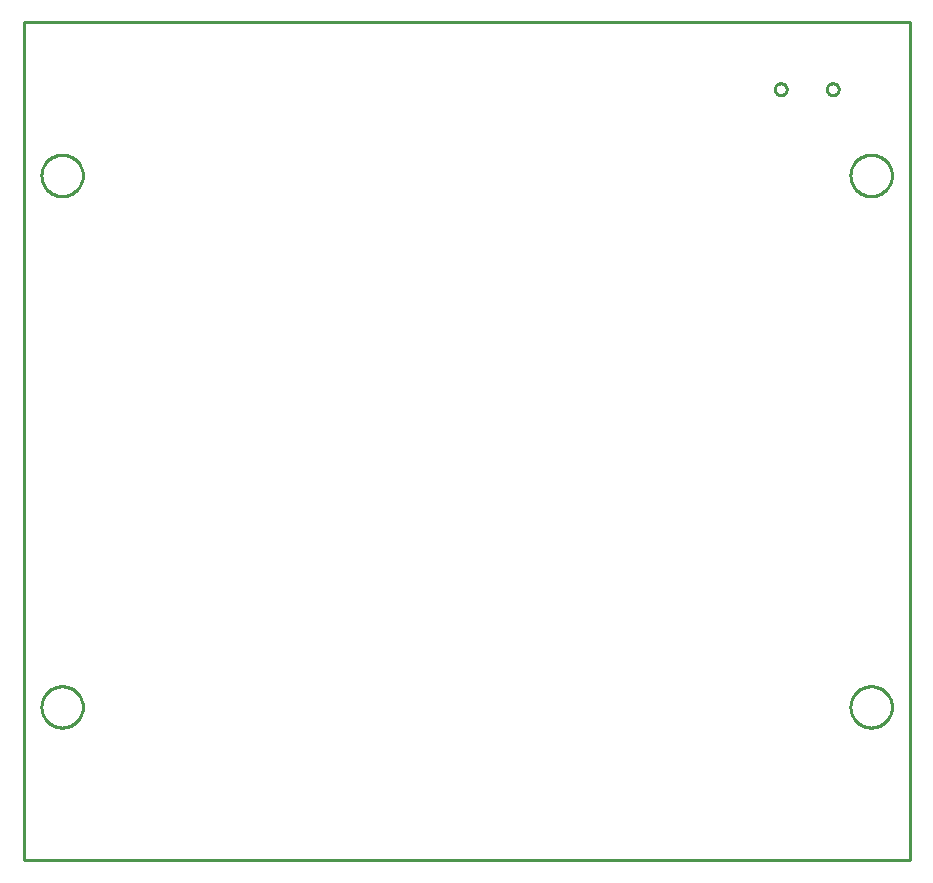
<source format=gbr>
G04 EAGLE Gerber RS-274X export*
G75*
%MOMM*%
%FSLAX34Y34*%
%LPD*%
%IN*%
%IPPOS*%
%AMOC8*
5,1,8,0,0,1.08239X$1,22.5*%
G01*
%ADD10C,0.254000*%


D10*
X0Y0D02*
X750000Y0D01*
X750000Y710000D01*
X0Y710000D01*
X0Y0D01*
X50000Y129427D02*
X49925Y128284D01*
X49776Y127148D01*
X49552Y126024D01*
X49255Y124917D01*
X48887Y123832D01*
X48449Y122774D01*
X47942Y121746D01*
X47369Y120754D01*
X46732Y119801D01*
X46035Y118892D01*
X45279Y118031D01*
X44469Y117221D01*
X43608Y116465D01*
X42699Y115768D01*
X41746Y115131D01*
X40754Y114558D01*
X39726Y114051D01*
X38668Y113613D01*
X37583Y113245D01*
X36476Y112948D01*
X35352Y112725D01*
X34216Y112575D01*
X33073Y112500D01*
X31927Y112500D01*
X30784Y112575D01*
X29648Y112725D01*
X28524Y112948D01*
X27417Y113245D01*
X26332Y113613D01*
X25274Y114051D01*
X24246Y114558D01*
X23254Y115131D01*
X22301Y115768D01*
X21392Y116465D01*
X20531Y117221D01*
X19721Y118031D01*
X18965Y118892D01*
X18268Y119801D01*
X17631Y120754D01*
X17058Y121746D01*
X16551Y122774D01*
X16113Y123832D01*
X15745Y124917D01*
X15448Y126024D01*
X15225Y127148D01*
X15075Y128284D01*
X15000Y129427D01*
X15000Y130573D01*
X15075Y131716D01*
X15225Y132852D01*
X15448Y133976D01*
X15745Y135083D01*
X16113Y136168D01*
X16551Y137226D01*
X17058Y138254D01*
X17631Y139246D01*
X18268Y140199D01*
X18965Y141108D01*
X19721Y141969D01*
X20531Y142779D01*
X21392Y143535D01*
X22301Y144232D01*
X23254Y144869D01*
X24246Y145442D01*
X25274Y145949D01*
X26332Y146387D01*
X27417Y146755D01*
X28524Y147052D01*
X29648Y147276D01*
X30784Y147425D01*
X31927Y147500D01*
X33073Y147500D01*
X34216Y147425D01*
X35352Y147276D01*
X36476Y147052D01*
X37583Y146755D01*
X38668Y146387D01*
X39726Y145949D01*
X40754Y145442D01*
X41746Y144869D01*
X42699Y144232D01*
X43608Y143535D01*
X44469Y142779D01*
X45279Y141969D01*
X46035Y141108D01*
X46732Y140199D01*
X47369Y139246D01*
X47942Y138254D01*
X48449Y137226D01*
X48887Y136168D01*
X49255Y135083D01*
X49552Y133976D01*
X49776Y132852D01*
X49925Y131716D01*
X50000Y130573D01*
X50000Y129427D01*
X735000Y129427D02*
X734925Y128284D01*
X734776Y127148D01*
X734552Y126024D01*
X734255Y124917D01*
X733887Y123832D01*
X733449Y122774D01*
X732942Y121746D01*
X732369Y120754D01*
X731732Y119801D01*
X731035Y118892D01*
X730279Y118031D01*
X729469Y117221D01*
X728608Y116465D01*
X727699Y115768D01*
X726746Y115131D01*
X725754Y114558D01*
X724726Y114051D01*
X723668Y113613D01*
X722583Y113245D01*
X721476Y112948D01*
X720352Y112725D01*
X719216Y112575D01*
X718073Y112500D01*
X716927Y112500D01*
X715784Y112575D01*
X714648Y112725D01*
X713524Y112948D01*
X712417Y113245D01*
X711332Y113613D01*
X710274Y114051D01*
X709246Y114558D01*
X708254Y115131D01*
X707301Y115768D01*
X706392Y116465D01*
X705531Y117221D01*
X704721Y118031D01*
X703965Y118892D01*
X703268Y119801D01*
X702631Y120754D01*
X702058Y121746D01*
X701551Y122774D01*
X701113Y123832D01*
X700745Y124917D01*
X700448Y126024D01*
X700225Y127148D01*
X700075Y128284D01*
X700000Y129427D01*
X700000Y130573D01*
X700075Y131716D01*
X700225Y132852D01*
X700448Y133976D01*
X700745Y135083D01*
X701113Y136168D01*
X701551Y137226D01*
X702058Y138254D01*
X702631Y139246D01*
X703268Y140199D01*
X703965Y141108D01*
X704721Y141969D01*
X705531Y142779D01*
X706392Y143535D01*
X707301Y144232D01*
X708254Y144869D01*
X709246Y145442D01*
X710274Y145949D01*
X711332Y146387D01*
X712417Y146755D01*
X713524Y147052D01*
X714648Y147276D01*
X715784Y147425D01*
X716927Y147500D01*
X718073Y147500D01*
X719216Y147425D01*
X720352Y147276D01*
X721476Y147052D01*
X722583Y146755D01*
X723668Y146387D01*
X724726Y145949D01*
X725754Y145442D01*
X726746Y144869D01*
X727699Y144232D01*
X728608Y143535D01*
X729469Y142779D01*
X730279Y141969D01*
X731035Y141108D01*
X731732Y140199D01*
X732369Y139246D01*
X732942Y138254D01*
X733449Y137226D01*
X733887Y136168D01*
X734255Y135083D01*
X734552Y133976D01*
X734776Y132852D01*
X734925Y131716D01*
X735000Y130573D01*
X735000Y129427D01*
X735000Y579427D02*
X734925Y578284D01*
X734776Y577148D01*
X734552Y576024D01*
X734255Y574917D01*
X733887Y573832D01*
X733449Y572774D01*
X732942Y571746D01*
X732369Y570754D01*
X731732Y569801D01*
X731035Y568892D01*
X730279Y568031D01*
X729469Y567221D01*
X728608Y566465D01*
X727699Y565768D01*
X726746Y565131D01*
X725754Y564558D01*
X724726Y564051D01*
X723668Y563613D01*
X722583Y563245D01*
X721476Y562948D01*
X720352Y562725D01*
X719216Y562575D01*
X718073Y562500D01*
X716927Y562500D01*
X715784Y562575D01*
X714648Y562725D01*
X713524Y562948D01*
X712417Y563245D01*
X711332Y563613D01*
X710274Y564051D01*
X709246Y564558D01*
X708254Y565131D01*
X707301Y565768D01*
X706392Y566465D01*
X705531Y567221D01*
X704721Y568031D01*
X703965Y568892D01*
X703268Y569801D01*
X702631Y570754D01*
X702058Y571746D01*
X701551Y572774D01*
X701113Y573832D01*
X700745Y574917D01*
X700448Y576024D01*
X700225Y577148D01*
X700075Y578284D01*
X700000Y579427D01*
X700000Y580573D01*
X700075Y581716D01*
X700225Y582852D01*
X700448Y583976D01*
X700745Y585083D01*
X701113Y586168D01*
X701551Y587226D01*
X702058Y588254D01*
X702631Y589246D01*
X703268Y590199D01*
X703965Y591108D01*
X704721Y591969D01*
X705531Y592779D01*
X706392Y593535D01*
X707301Y594232D01*
X708254Y594869D01*
X709246Y595442D01*
X710274Y595949D01*
X711332Y596387D01*
X712417Y596755D01*
X713524Y597052D01*
X714648Y597276D01*
X715784Y597425D01*
X716927Y597500D01*
X718073Y597500D01*
X719216Y597425D01*
X720352Y597276D01*
X721476Y597052D01*
X722583Y596755D01*
X723668Y596387D01*
X724726Y595949D01*
X725754Y595442D01*
X726746Y594869D01*
X727699Y594232D01*
X728608Y593535D01*
X729469Y592779D01*
X730279Y591969D01*
X731035Y591108D01*
X731732Y590199D01*
X732369Y589246D01*
X732942Y588254D01*
X733449Y587226D01*
X733887Y586168D01*
X734255Y585083D01*
X734552Y583976D01*
X734776Y582852D01*
X734925Y581716D01*
X735000Y580573D01*
X735000Y579427D01*
X50000Y579427D02*
X49925Y578284D01*
X49776Y577148D01*
X49552Y576024D01*
X49255Y574917D01*
X48887Y573832D01*
X48449Y572774D01*
X47942Y571746D01*
X47369Y570754D01*
X46732Y569801D01*
X46035Y568892D01*
X45279Y568031D01*
X44469Y567221D01*
X43608Y566465D01*
X42699Y565768D01*
X41746Y565131D01*
X40754Y564558D01*
X39726Y564051D01*
X38668Y563613D01*
X37583Y563245D01*
X36476Y562948D01*
X35352Y562725D01*
X34216Y562575D01*
X33073Y562500D01*
X31927Y562500D01*
X30784Y562575D01*
X29648Y562725D01*
X28524Y562948D01*
X27417Y563245D01*
X26332Y563613D01*
X25274Y564051D01*
X24246Y564558D01*
X23254Y565131D01*
X22301Y565768D01*
X21392Y566465D01*
X20531Y567221D01*
X19721Y568031D01*
X18965Y568892D01*
X18268Y569801D01*
X17631Y570754D01*
X17058Y571746D01*
X16551Y572774D01*
X16113Y573832D01*
X15745Y574917D01*
X15448Y576024D01*
X15225Y577148D01*
X15075Y578284D01*
X15000Y579427D01*
X15000Y580573D01*
X15075Y581716D01*
X15225Y582852D01*
X15448Y583976D01*
X15745Y585083D01*
X16113Y586168D01*
X16551Y587226D01*
X17058Y588254D01*
X17631Y589246D01*
X18268Y590199D01*
X18965Y591108D01*
X19721Y591969D01*
X20531Y592779D01*
X21392Y593535D01*
X22301Y594232D01*
X23254Y594869D01*
X24246Y595442D01*
X25274Y595949D01*
X26332Y596387D01*
X27417Y596755D01*
X28524Y597052D01*
X29648Y597276D01*
X30784Y597425D01*
X31927Y597500D01*
X33073Y597500D01*
X34216Y597425D01*
X35352Y597276D01*
X36476Y597052D01*
X37583Y596755D01*
X38668Y596387D01*
X39726Y595949D01*
X40754Y595442D01*
X41746Y594869D01*
X42699Y594232D01*
X43608Y593535D01*
X44469Y592779D01*
X45279Y591969D01*
X46035Y591108D01*
X46732Y590199D01*
X47369Y589246D01*
X47942Y588254D01*
X48449Y587226D01*
X48887Y586168D01*
X49255Y585083D01*
X49552Y583976D01*
X49776Y582852D01*
X49925Y581716D01*
X50000Y580573D01*
X50000Y579427D01*
X679940Y653221D02*
X680003Y653779D01*
X680128Y654326D01*
X680313Y654856D01*
X680557Y655362D01*
X680856Y655838D01*
X681206Y656277D01*
X681603Y656674D01*
X682042Y657024D01*
X682518Y657323D01*
X683024Y657567D01*
X683554Y657752D01*
X684101Y657877D01*
X684659Y657940D01*
X685221Y657940D01*
X685779Y657877D01*
X686326Y657752D01*
X686856Y657567D01*
X687362Y657323D01*
X687838Y657024D01*
X688277Y656674D01*
X688674Y656277D01*
X689024Y655838D01*
X689323Y655362D01*
X689567Y654856D01*
X689752Y654326D01*
X689877Y653779D01*
X689940Y653221D01*
X689940Y652659D01*
X689877Y652101D01*
X689752Y651554D01*
X689567Y651024D01*
X689323Y650518D01*
X689024Y650042D01*
X688674Y649603D01*
X688277Y649206D01*
X687838Y648856D01*
X687362Y648557D01*
X686856Y648313D01*
X686326Y648128D01*
X685779Y648003D01*
X685221Y647940D01*
X684659Y647940D01*
X684101Y648003D01*
X683554Y648128D01*
X683024Y648313D01*
X682518Y648557D01*
X682042Y648856D01*
X681603Y649206D01*
X681206Y649603D01*
X680856Y650042D01*
X680557Y650518D01*
X680313Y651024D01*
X680128Y651554D01*
X680003Y652101D01*
X679940Y652659D01*
X679940Y653221D01*
X635940Y653221D02*
X636003Y653779D01*
X636128Y654326D01*
X636313Y654856D01*
X636557Y655362D01*
X636856Y655838D01*
X637206Y656277D01*
X637603Y656674D01*
X638042Y657024D01*
X638518Y657323D01*
X639024Y657567D01*
X639554Y657752D01*
X640101Y657877D01*
X640659Y657940D01*
X641221Y657940D01*
X641779Y657877D01*
X642326Y657752D01*
X642856Y657567D01*
X643362Y657323D01*
X643838Y657024D01*
X644277Y656674D01*
X644674Y656277D01*
X645024Y655838D01*
X645323Y655362D01*
X645567Y654856D01*
X645752Y654326D01*
X645877Y653779D01*
X645940Y653221D01*
X645940Y652659D01*
X645877Y652101D01*
X645752Y651554D01*
X645567Y651024D01*
X645323Y650518D01*
X645024Y650042D01*
X644674Y649603D01*
X644277Y649206D01*
X643838Y648856D01*
X643362Y648557D01*
X642856Y648313D01*
X642326Y648128D01*
X641779Y648003D01*
X641221Y647940D01*
X640659Y647940D01*
X640101Y648003D01*
X639554Y648128D01*
X639024Y648313D01*
X638518Y648557D01*
X638042Y648856D01*
X637603Y649206D01*
X637206Y649603D01*
X636856Y650042D01*
X636557Y650518D01*
X636313Y651024D01*
X636128Y651554D01*
X636003Y652101D01*
X635940Y652659D01*
X635940Y653221D01*
M02*

</source>
